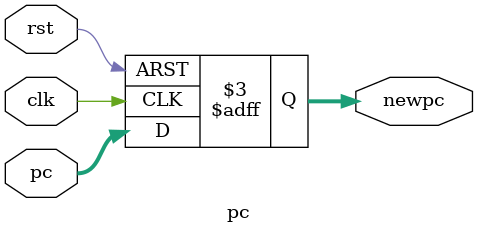
<source format=v>
module pc(rst, clk, pc, newpc);
input rst, clk;
input [31:0] pc;
output reg [31:0] newpc;

always@(negedge rst or posedge clk)
begin
if (!rst)
	newpc <= 0 ;
else
	newpc <= pc ;
end

endmodule

</source>
